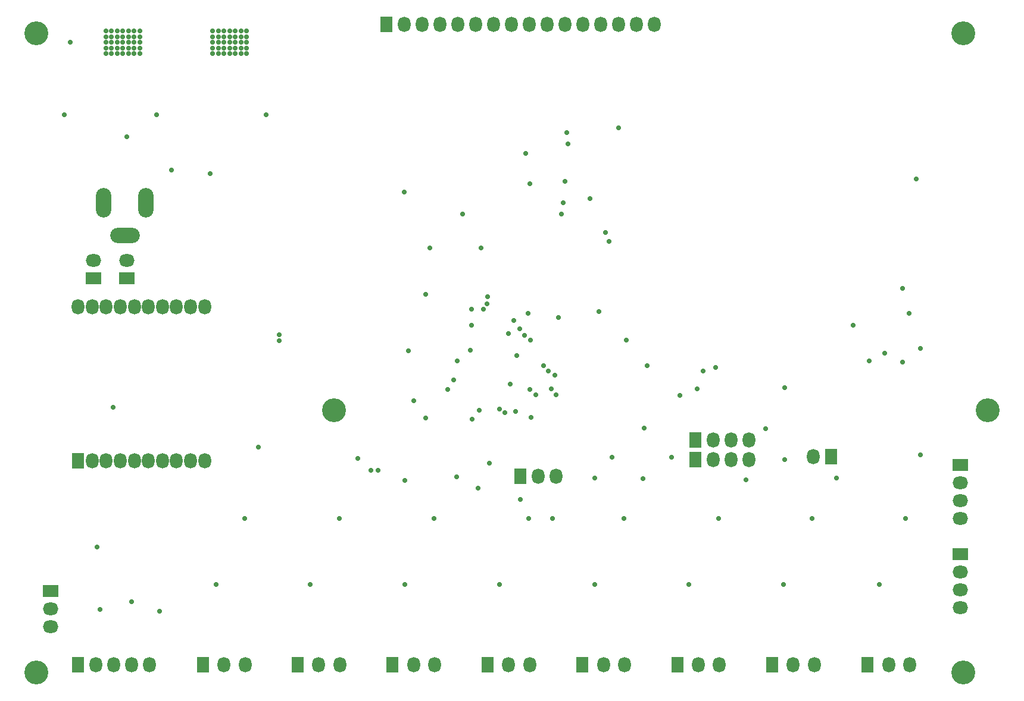
<source format=gbs>
G04*
G04 #@! TF.GenerationSoftware,Altium Limited,CircuitStudio,1.5.2 (30)*
G04*
G04 Layer_Color=16711935*
%FSLAX25Y25*%
%MOIN*%
G70*
G01*
G75*
%ADD77R,0.07087X0.08661*%
%ADD78O,0.07087X0.08661*%
%ADD79R,0.08661X0.07087*%
%ADD80O,0.08661X0.07087*%
%ADD81O,0.16535X0.08661*%
%ADD82O,0.08661X0.16535*%
%ADD83C,0.02756*%
%ADD84C,0.13386*%
D77*
X213779Y381102D02*
D03*
X386614Y147953D02*
D03*
Y137008D02*
D03*
X288583Y127559D02*
D03*
X462795Y138779D02*
D03*
X111024Y22047D02*
D03*
X163976D02*
D03*
X270276D02*
D03*
X217126D02*
D03*
X376575D02*
D03*
X323425D02*
D03*
X483071D02*
D03*
X429724D02*
D03*
X41142Y22047D02*
D03*
X41063Y136163D02*
D03*
D78*
X223780Y381102D02*
D03*
X233780D02*
D03*
X243779D02*
D03*
X253780D02*
D03*
X263779D02*
D03*
X273780D02*
D03*
X283780D02*
D03*
X293779D02*
D03*
X303780D02*
D03*
X313779D02*
D03*
X323780D02*
D03*
X333780D02*
D03*
X343779D02*
D03*
X353780D02*
D03*
X363779D02*
D03*
X416614Y147953D02*
D03*
X406614D02*
D03*
X396614D02*
D03*
X416614Y137008D02*
D03*
X406614D02*
D03*
X396614D02*
D03*
X298583Y127559D02*
D03*
X308583D02*
D03*
X452795Y138779D02*
D03*
X134646Y22047D02*
D03*
X122835D02*
D03*
X187598D02*
D03*
X175787D02*
D03*
X293898D02*
D03*
X282087D02*
D03*
X240748D02*
D03*
X228937D02*
D03*
X400197D02*
D03*
X388386D02*
D03*
X347047D02*
D03*
X335236D02*
D03*
X506693D02*
D03*
X494882D02*
D03*
X453346D02*
D03*
X441535D02*
D03*
X51142Y22047D02*
D03*
X61142D02*
D03*
X71142D02*
D03*
X81142D02*
D03*
X48937Y136163D02*
D03*
X56811D02*
D03*
X64685D02*
D03*
X72559D02*
D03*
X80433D02*
D03*
X88307D02*
D03*
X96181D02*
D03*
X104055D02*
D03*
X111929D02*
D03*
X41063Y222778D02*
D03*
X48937D02*
D03*
X56811D02*
D03*
X64685D02*
D03*
X72559D02*
D03*
X80433D02*
D03*
X88307D02*
D03*
X96181D02*
D03*
X104055D02*
D03*
X111929D02*
D03*
D79*
X25591Y63189D02*
D03*
X535039Y133937D02*
D03*
Y83937D02*
D03*
X49606Y238583D02*
D03*
X68504D02*
D03*
D80*
X25591Y53189D02*
D03*
Y43189D02*
D03*
X535039Y103937D02*
D03*
Y113937D02*
D03*
Y123937D02*
D03*
Y53937D02*
D03*
Y63937D02*
D03*
Y73937D02*
D03*
X49606Y248583D02*
D03*
X68504D02*
D03*
D81*
X67323Y262598D02*
D03*
D82*
X55512Y281102D02*
D03*
X79134D02*
D03*
D83*
X343701Y322835D02*
D03*
X291732Y308661D02*
D03*
X277165Y165354D02*
D03*
X68504Y318110D02*
D03*
X33465Y330315D02*
D03*
X36614Y370866D02*
D03*
X85039Y330315D02*
D03*
X146457Y330413D02*
D03*
X93307Y299213D02*
D03*
X114961Y297224D02*
D03*
X223622Y287008D02*
D03*
X288583Y114567D02*
D03*
X306693Y103937D02*
D03*
X271260Y135039D02*
D03*
X373228Y138189D02*
D03*
X340158D02*
D03*
X425984Y154331D02*
D03*
X436614Y137008D02*
D03*
Y177165D02*
D03*
X377953Y172835D02*
D03*
X387795Y176772D02*
D03*
X390945Y186614D02*
D03*
X398031Y188583D02*
D03*
X359842Y189764D02*
D03*
X308661Y173228D02*
D03*
X305906Y176772D02*
D03*
X307874Y184252D02*
D03*
X304331Y186614D02*
D03*
X332677Y220079D02*
D03*
X238189Y255512D02*
D03*
X283071Y179331D02*
D03*
X301575Y189764D02*
D03*
X297441Y173228D02*
D03*
X294094Y176378D02*
D03*
X280118Y163386D02*
D03*
X265551Y164764D02*
D03*
X51575Y87992D02*
D03*
X358071Y154528D02*
D03*
X314764Y320276D02*
D03*
X315354Y313976D02*
D03*
X348031Y204134D02*
D03*
X294291D02*
D03*
X225984Y198031D02*
D03*
X266732Y255709D02*
D03*
X235827Y229528D02*
D03*
X286024Y163976D02*
D03*
X294783Y160531D02*
D03*
X86811Y51968D02*
D03*
X197638Y137795D02*
D03*
X235827Y160433D02*
D03*
X60630Y166339D02*
D03*
X153543Y203543D02*
D03*
X261221Y212205D02*
D03*
X53347Y52953D02*
D03*
X71063Y57480D02*
D03*
X285039Y215158D02*
D03*
X256299Y274606D02*
D03*
X311811D02*
D03*
X248031Y176378D02*
D03*
X187402Y103937D02*
D03*
X240354D02*
D03*
X293504D02*
D03*
X346850D02*
D03*
X399606D02*
D03*
X452165D02*
D03*
X134449D02*
D03*
X512598Y199409D02*
D03*
X510433Y294291D02*
D03*
X512598Y139567D02*
D03*
X504528Y103937D02*
D03*
X484055Y192323D02*
D03*
X502756Y233071D02*
D03*
X260827Y198228D02*
D03*
X253346Y192323D02*
D03*
X338386Y259449D02*
D03*
X336417Y264370D02*
D03*
X270276Y228346D02*
D03*
X269882Y224213D02*
D03*
X204921Y131102D02*
D03*
X209055D02*
D03*
X357283Y126378D02*
D03*
X415059Y125689D02*
D03*
X465551Y126575D02*
D03*
X118228Y67047D02*
D03*
X170984D02*
D03*
X223937D02*
D03*
X277087D02*
D03*
X330433D02*
D03*
X383189D02*
D03*
X436142D02*
D03*
X489685D02*
D03*
X330433Y126496D02*
D03*
X252953Y127362D02*
D03*
X223937Y125315D02*
D03*
X264961Y120866D02*
D03*
X261614Y159646D02*
D03*
X502756Y191535D02*
D03*
X229134Y170079D02*
D03*
X475000Y212205D02*
D03*
X281890Y207677D02*
D03*
X288386Y210433D02*
D03*
X153543Y207087D02*
D03*
X293110Y218898D02*
D03*
X267913Y221260D02*
D03*
X261417D02*
D03*
X310039Y216535D02*
D03*
X291142Y206693D02*
D03*
X142126Y144095D02*
D03*
X286811Y195472D02*
D03*
X492717Y196653D02*
D03*
X251378Y181693D02*
D03*
X506299Y219094D02*
D03*
X313779Y292913D02*
D03*
X294094Y291732D02*
D03*
X312598Y281102D02*
D03*
X327559Y283465D02*
D03*
X119685Y377165D02*
D03*
X122835D02*
D03*
X119685Y374016D02*
D03*
X125984Y377165D02*
D03*
X129134D02*
D03*
X132284D02*
D03*
X119685Y370866D02*
D03*
X122835D02*
D03*
X125984Y374016D02*
D03*
X122835D02*
D03*
X129134D02*
D03*
Y370866D02*
D03*
X132284D02*
D03*
X125984D02*
D03*
X132284Y374016D02*
D03*
X119685Y367717D02*
D03*
X132284D02*
D03*
X122835D02*
D03*
X125984D02*
D03*
X129134D02*
D03*
X119685Y364567D02*
D03*
X122835D02*
D03*
X125984D02*
D03*
X129134D02*
D03*
X132284D02*
D03*
X59843Y377165D02*
D03*
X62992D02*
D03*
X59843Y374016D02*
D03*
X66142Y377165D02*
D03*
X69291D02*
D03*
X72441D02*
D03*
X59843Y370866D02*
D03*
X62992D02*
D03*
X66142Y374016D02*
D03*
X62992D02*
D03*
X69291D02*
D03*
Y370866D02*
D03*
X72441D02*
D03*
X66142D02*
D03*
X72441Y374016D02*
D03*
X59843Y367717D02*
D03*
X72441D02*
D03*
X62992D02*
D03*
X66142D02*
D03*
X69291D02*
D03*
X59843Y364567D02*
D03*
X62992D02*
D03*
X66142D02*
D03*
X69291D02*
D03*
X72441D02*
D03*
X56693D02*
D03*
Y367717D02*
D03*
Y370866D02*
D03*
Y374016D02*
D03*
Y377165D02*
D03*
X75590Y364567D02*
D03*
Y367717D02*
D03*
Y370866D02*
D03*
Y374016D02*
D03*
Y377165D02*
D03*
X116535Y364567D02*
D03*
Y367717D02*
D03*
Y370866D02*
D03*
Y374016D02*
D03*
Y377165D02*
D03*
X135433Y364567D02*
D03*
Y367717D02*
D03*
Y370866D02*
D03*
Y374016D02*
D03*
Y377165D02*
D03*
D84*
X17717Y375984D02*
D03*
X184252Y164567D02*
D03*
X550394D02*
D03*
X536614Y375984D02*
D03*
Y17717D02*
D03*
X17717D02*
D03*
M02*

</source>
